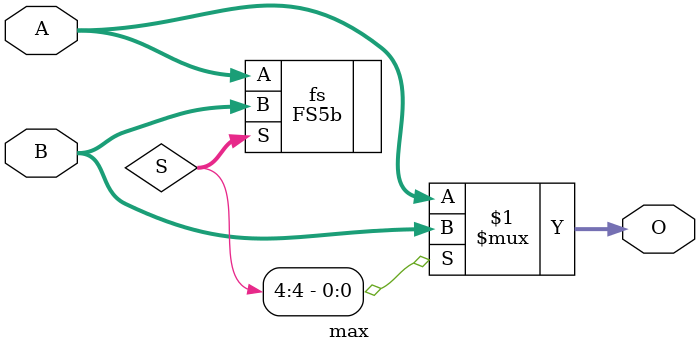
<source format=v>
module max(A,B,O);
input [4:0] A,B;
output [4:0] O;

	wire [4:0] S;
	FS5b fs(.A(A),.B(B),.S(S));

	assign O = S[4] ? B : A;
	
endmodule
</source>
